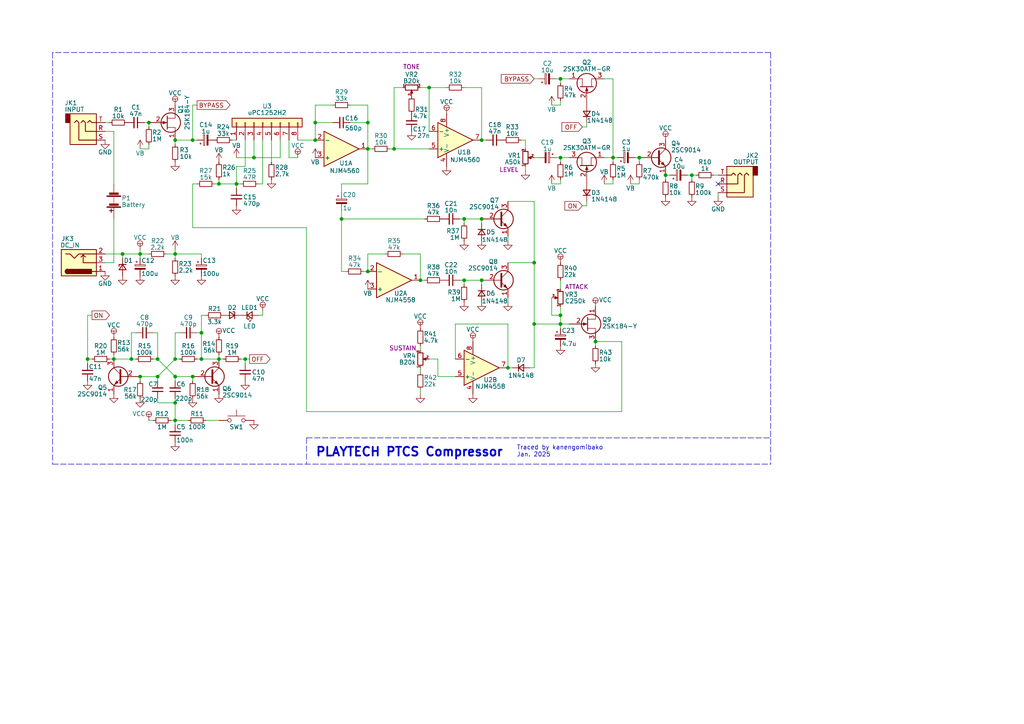
<source format=kicad_sch>
(kicad_sch (version 20231120) (generator "eeschema") (generator_version "8.0")
  (paper "A4")
  (junction (at 106.68 35.56))
  (junction (at 134.62 63.5))
  (junction (at 35.56 73.66))
  (junction (at 114.3 43.18))
  (junction (at 71.12 104.14))
  (junction (at 154.94 76.2))
  (junction (at 172.72 99.06))
  (junction (at 91.44 35.56))
  (junction (at 162.56 91.44))
  (junction (at 106.68 43.18))
  (junction (at 73.66 45.72))
  (junction (at 58.42 104.14))
  (junction (at 50.8 40.64))
  (junction (at 50.8 109.22))
  (junction (at 63.5 53.34))
  (junction (at 40.64 109.22))
  (junction (at 45.72 104.14))
  (junction (at 154.94 93.98))
  (junction (at 50.8 73.66))
  (junction (at 139.7 63.5))
  (junction (at 40.64 73.66))
  (junction (at 162.56 45.72))
  (junction (at 50.8 116.84))
  (junction (at 63.5 104.14))
  (junction (at 124.46 25.4))
  (junction (at 177.8 45.72))
  (junction (at 43.18 35.56))
  (junction (at 55.88 109.22))
  (junction (at 68.58 53.34))
  (junction (at 99.06 63.5))
  (junction (at 185.42 45.72))
  (junction (at 134.62 81.28))
  (junction (at 193.04 50.8))
  (junction (at 106.68 78.74))
  (junction (at 55.88 40.64))
  (junction (at 91.44 40.64))
  (junction (at 121.92 81.28))
  (junction (at 162.56 22.86))
  (junction (at 139.7 81.28))
  (junction (at 139.7 40.64))
  (junction (at 200.66 50.8))
  (junction (at 147.32 106.68))
  (junction (at 162.56 93.98))
  (junction (at 33.02 104.14))
  (junction (at 58.42 96.52))
  (junction (at 25.4 104.14))
  (junction (at 50.8 121.92))
  (junction (at 45.72 109.22))
  (junction (at 50.8 104.14))
  (junction (at 38.1 104.14))
  (no_connect (at 208.28 53.34))
  (wire (pts (xy 74.93 53.34) (xy 76.2 53.34)))
  (wire (pts (xy 30.48 35.56) (xy 31.75 35.56)))
  (wire (pts (xy 68.58 45.72) (xy 73.66 45.72)))
  (wire (pts (xy 113.03 43.18) (xy 114.3 43.18)))
  (wire (pts (xy 127 104.14) (xy 124.46 104.14)))
  (wire (pts (xy 58.42 73.66) (xy 58.42 74.93)))
  (wire (pts (xy 58.42 96.52) (xy 57.15 96.52)))
  (wire (pts (xy 50.8 116.84) (xy 50.8 121.92)))
  (wire (pts (xy 43.18 41.91) (xy 43.18 43.18)))
  (wire (pts (xy 124.46 25.4) (xy 129.54 25.4)))
  (wire (pts (xy 55.88 30.48) (xy 55.88 40.64)))
  (wire (pts (xy 154.94 58.42) (xy 147.32 58.42)))
  (wire (pts (xy 160.02 86.36) (xy 160.02 91.44)))
  (wire (pts (xy 71.12 104.14) (xy 71.12 105.41)))
  (wire (pts (xy 68.58 53.34) (xy 68.58 54.61)))
  (wire (pts (xy 40.64 110.49) (xy 40.64 109.22)))
  (wire (pts (xy 50.8 121.92) (xy 54.61 121.92)))
  (wire (pts (xy 76.2 91.44) (xy 74.93 91.44)))
  (wire (pts (xy 172.72 99.06) (xy 180.34 99.06)))
  (wire (pts (xy 162.56 95.25) (xy 162.56 93.98)))
  (wire (pts (xy 193.04 52.07) (xy 193.04 50.8)))
  (wire (pts (xy 81.28 40.64) (xy 81.28 45.72)))
  (wire (pts (xy 185.42 53.34) (xy 182.88 53.34)))
  (wire (pts (xy 45.72 109.22) (xy 50.8 104.14)))
  (wire (pts (xy 44.45 96.52) (xy 45.72 96.52)))
  (wire (pts (xy 40.64 73.66) (xy 40.64 74.93)))
  (wire (pts (xy 33.02 38.1) (xy 33.02 53.34)))
  (wire (pts (xy 177.8 22.86) (xy 177.8 45.72)))
  (wire (pts (xy 38.1 96.52) (xy 38.1 104.14)))
  (wire (pts (xy 123.19 81.28) (xy 121.92 81.28)))
  (wire (pts (xy 124.46 25.4) (xy 124.46 38.1)))
  (wire (pts (xy 170.18 58.42) (xy 170.18 59.69)))
  (wire (pts (xy 100.33 78.74) (xy 99.06 78.74)))
  (wire (pts (xy 162.56 53.34) (xy 160.02 53.34)))
  (wire (pts (xy 162.56 81.28) (xy 162.56 83.82)))
  (wire (pts (xy 78.74 40.64) (xy 78.74 46.99)))
  (wire (pts (xy 63.5 52.07) (xy 63.5 53.34)))
  (wire (pts (xy 139.7 63.5) (xy 139.7 64.77)))
  (wire (pts (xy 200.66 50.8) (xy 201.93 50.8)))
  (wire (pts (xy 147.32 93.98) (xy 132.08 93.98)))
  (wire (pts (xy 99.06 63.5) (xy 99.06 78.74)))
  (polyline (pts (xy 223.52 15.24) (xy 15.24 15.24)) (stroke (width 0) (type dash)))
  (wire (pts (xy 147.32 106.68) (xy 147.32 93.98)))
  (wire (pts (xy 106.68 73.66) (xy 106.68 78.74)))
  (wire (pts (xy 86.36 45.72) (xy 83.82 45.72)))
  (wire (pts (xy 91.44 35.56) (xy 91.44 40.64)))
  (wire (pts (xy 139.7 40.64) (xy 140.97 40.64)))
  (wire (pts (xy 168.91 36.83) (xy 170.18 36.83)))
  (wire (pts (xy 30.48 76.2) (xy 33.02 76.2)))
  (wire (pts (xy 116.84 25.4) (xy 114.3 25.4)))
  (wire (pts (xy 127 104.14) (xy 127 109.22)))
  (wire (pts (xy 55.88 66.04) (xy 88.9 66.04)))
  (wire (pts (xy 88.9 119.38) (xy 180.34 119.38)))
  (wire (pts (xy 133.35 63.5) (xy 134.62 63.5)))
  (wire (pts (xy 55.88 53.34) (xy 55.88 66.04)))
  (wire (pts (xy 50.8 110.49) (xy 50.8 109.22)))
  (wire (pts (xy 175.26 22.86) (xy 177.8 22.86)))
  (wire (pts (xy 50.8 109.22) (xy 55.88 109.22)))
  (wire (pts (xy 25.4 105.41) (xy 25.4 104.14)))
  (wire (pts (xy 121.92 73.66) (xy 121.92 81.28)))
  (polyline (pts (xy 223.52 15.24) (xy 223.52 134.62)) (stroke (width 0) (type dash)))
  (wire (pts (xy 139.7 25.4) (xy 139.7 40.64)))
  (wire (pts (xy 180.34 99.06) (xy 180.34 119.38)))
  (wire (pts (xy 86.36 40.64) (xy 91.44 40.64)))
  (wire (pts (xy 161.29 22.86) (xy 162.56 22.86)))
  (wire (pts (xy 121.92 114.3) (xy 121.92 113.03)))
  (wire (pts (xy 33.02 76.2) (xy 33.02 63.5)))
  (wire (pts (xy 76.2 90.17) (xy 76.2 91.44)))
  (wire (pts (xy 165.1 45.72) (xy 162.56 45.72)))
  (wire (pts (xy 58.42 96.52) (xy 58.42 104.14)))
  (wire (pts (xy 177.8 46.99) (xy 177.8 45.72)))
  (wire (pts (xy 147.32 86.36) (xy 147.32 87.63)))
  (wire (pts (xy 40.64 43.18) (xy 43.18 43.18)))
  (wire (pts (xy 114.3 43.18) (xy 124.46 43.18)))
  (wire (pts (xy 33.02 104.14) (xy 38.1 104.14)))
  (wire (pts (xy 139.7 81.28) (xy 134.62 81.28)))
  (wire (pts (xy 170.18 59.69) (xy 168.91 59.69)))
  (wire (pts (xy 106.68 30.48) (xy 106.68 35.56)))
  (wire (pts (xy 177.8 53.34) (xy 175.26 53.34)))
  (wire (pts (xy 154.94 93.98) (xy 162.56 93.98)))
  (wire (pts (xy 139.7 82.55) (xy 139.7 81.28)))
  (wire (pts (xy 185.42 53.34) (xy 185.42 52.07)))
  (wire (pts (xy 105.41 78.74) (xy 106.68 78.74)))
  (wire (pts (xy 148.59 106.68) (xy 147.32 106.68)))
  (wire (pts (xy 106.68 43.18) (xy 107.95 43.18)))
  (wire (pts (xy 154.94 22.86) (xy 156.21 22.86)))
  (wire (pts (xy 111.76 73.66) (xy 106.68 73.66)))
  (wire (pts (xy 30.48 38.1) (xy 33.02 38.1)))
  (wire (pts (xy 58.42 104.14) (xy 63.5 104.14)))
  (wire (pts (xy 50.8 96.52) (xy 52.07 96.52)))
  (wire (pts (xy 83.82 45.72) (xy 83.82 40.64)))
  (wire (pts (xy 35.56 73.66) (xy 35.56 74.93)))
  (wire (pts (xy 45.72 116.84) (xy 50.8 116.84)))
  (wire (pts (xy 50.8 40.64) (xy 55.88 40.64)))
  (wire (pts (xy 33.02 102.87) (xy 33.02 104.14)))
  (wire (pts (xy 151.13 40.64) (xy 152.4 40.64)))
  (wire (pts (xy 172.72 99.06) (xy 172.72 100.33)))
  (polyline (pts (xy 15.24 134.62) (xy 223.52 134.62)) (stroke (width 0) (type dash)))
  (wire (pts (xy 88.9 66.04) (xy 88.9 119.38)))
  (wire (pts (xy 160.02 91.44) (xy 162.56 91.44)))
  (polyline (pts (xy 88.9 127) (xy 223.52 127)) (stroke (width 0) (type dash)))
  (wire (pts (xy 200.66 50.8) (xy 200.66 52.07)))
  (wire (pts (xy 177.8 53.34) (xy 177.8 52.07)))
  (wire (pts (xy 63.5 102.87) (xy 63.5 104.14)))
  (wire (pts (xy 134.62 63.5) (xy 139.7 63.5)))
  (wire (pts (xy 162.56 22.86) (xy 165.1 22.86)))
  (wire (pts (xy 177.8 45.72) (xy 179.07 45.72)))
  (polyline (pts (xy 88.9 127) (xy 88.9 134.62)) (stroke (width 0) (type dash)))
  (wire (pts (xy 199.39 50.8) (xy 200.66 50.8)))
  (wire (pts (xy 71.12 40.64) (xy 71.12 48.26)))
  (wire (pts (xy 99.06 53.34) (xy 99.06 55.88)))
  (wire (pts (xy 50.8 123.19) (xy 50.8 121.92)))
  (wire (pts (xy 106.68 35.56) (xy 106.68 43.18)))
  (wire (pts (xy 152.4 48.26) (xy 152.4 49.53)))
  (wire (pts (xy 63.5 53.34) (xy 62.23 53.34)))
  (wire (pts (xy 114.3 25.4) (xy 114.3 43.18)))
  (wire (pts (xy 134.62 25.4) (xy 139.7 25.4)))
  (wire (pts (xy 91.44 35.56) (xy 96.52 35.56)))
  (wire (pts (xy 162.56 88.9) (xy 162.56 91.44)))
  (wire (pts (xy 68.58 48.26) (xy 71.12 48.26)))
  (wire (pts (xy 76.2 53.34) (xy 76.2 40.64)))
  (wire (pts (xy 162.56 30.48) (xy 160.02 30.48)))
  (wire (pts (xy 38.1 104.14) (xy 39.37 104.14)))
  (wire (pts (xy 208.28 50.8) (xy 207.01 50.8)))
  (wire (pts (xy 116.84 73.66) (xy 121.92 73.66)))
  (wire (pts (xy 175.26 45.72) (xy 177.8 45.72)))
  (wire (pts (xy 170.18 36.83) (xy 170.18 35.56)))
  (wire (pts (xy 50.8 104.14) (xy 52.07 104.14)))
  (wire (pts (xy 43.18 35.56) (xy 43.18 36.83)))
  (wire (pts (xy 31.75 104.14) (xy 33.02 104.14)))
  (wire (pts (xy 101.6 35.56) (xy 106.68 35.56)))
  (wire (pts (xy 40.64 72.39) (xy 40.64 73.66)))
  (wire (pts (xy 50.8 72.39) (xy 50.8 73.66)))
  (wire (pts (xy 68.58 53.34) (xy 69.85 53.34)))
  (wire (pts (xy 134.62 81.28) (xy 133.35 81.28)))
  (wire (pts (xy 50.8 73.66) (xy 50.8 74.93)))
  (wire (pts (xy 147.32 69.85) (xy 147.32 68.58)))
  (wire (pts (xy 45.72 104.14) (xy 50.8 109.22)))
  (wire (pts (xy 162.56 30.48) (xy 162.56 29.21)))
  (wire (pts (xy 63.5 104.14) (xy 64.77 104.14)))
  (wire (pts (xy 162.56 93.98) (xy 165.1 93.98)))
  (wire (pts (xy 121.92 100.33) (xy 121.92 101.6)))
  (wire (pts (xy 35.56 73.66) (xy 40.64 73.66)))
  (wire (pts (xy 40.64 109.22) (xy 45.72 109.22)))
  (wire (pts (xy 81.28 45.72) (xy 73.66 45.72)))
  (wire (pts (xy 58.42 91.44) (xy 59.69 91.44)))
  (wire (pts (xy 154.94 58.42) (xy 154.94 76.2)))
  (wire (pts (xy 184.15 45.72) (xy 185.42 45.72)))
  (wire (pts (xy 39.37 96.52) (xy 38.1 96.52)))
  (wire (pts (xy 30.48 73.66) (xy 35.56 73.66)))
  (wire (pts (xy 154.94 106.68) (xy 153.67 106.68)))
  (wire (pts (xy 106.68 53.34) (xy 106.68 43.18)))
  (wire (pts (xy 44.45 104.14) (xy 45.72 104.14)))
  (wire (pts (xy 185.42 46.99) (xy 185.42 45.72)))
  (wire (pts (xy 154.94 45.72) (xy 156.21 45.72)))
  (wire (pts (xy 40.64 73.66) (xy 43.18 73.66)))
  (wire (pts (xy 45.72 115.57) (xy 45.72 116.84)))
  (wire (pts (xy 45.72 110.49) (xy 45.72 109.22)))
  (wire (pts (xy 68.58 48.26) (xy 68.58 53.34)))
  (wire (pts (xy 91.44 30.48) (xy 91.44 35.56)))
  (wire (pts (xy 154.94 76.2) (xy 154.94 93.98)))
  (wire (pts (xy 132.08 93.98) (xy 132.08 104.14)))
  (polyline (pts (xy 15.24 15.24) (xy 15.24 134.62)) (stroke (width 0) (type dash)))
  (wire (pts (xy 99.06 60.96) (xy 99.06 63.5)))
  (wire (pts (xy 96.52 30.48) (xy 91.44 30.48)))
  (wire (pts (xy 71.12 104.14) (xy 72.39 104.14)))
  (wire (pts (xy 50.8 96.52) (xy 50.8 104.14)))
  (wire (pts (xy 50.8 41.91) (xy 50.8 40.64)))
  (wire (pts (xy 58.42 104.14) (xy 57.15 104.14)))
  (wire (pts (xy 55.88 30.48) (xy 57.15 30.48)))
  (wire (pts (xy 69.85 104.14) (xy 71.12 104.14)))
  (wire (pts (xy 162.56 91.44) (xy 162.56 93.98)))
  (wire (pts (xy 25.4 91.44) (xy 26.67 91.44)))
  (wire (pts (xy 134.62 64.77) (xy 134.62 63.5)))
  (wire (pts (xy 134.62 82.55) (xy 134.62 81.28)))
  (wire (pts (xy 43.18 121.92) (xy 44.45 121.92)))
  (wire (pts (xy 99.06 53.34) (xy 106.68 53.34)))
  (wire (pts (xy 55.88 53.34) (xy 57.15 53.34)))
  (wire (pts (xy 25.4 104.14) (xy 25.4 91.44)))
  (wire (pts (xy 41.91 35.56) (xy 43.18 35.56)))
  (wire (pts (xy 48.26 73.66) (xy 50.8 73.66)))
  (wire (pts (xy 162.56 53.34) (xy 162.56 52.07)))
  (wire (pts (xy 124.46 25.4) (xy 121.92 25.4)))
  (wire (pts (xy 154.94 93.98) (xy 154.94 106.68)))
  (wire (pts (xy 162.56 24.13) (xy 162.56 22.86)))
  (wire (pts (xy 49.53 121.92) (xy 50.8 121.92)))
  (wire (pts (xy 50.8 73.66) (xy 58.42 73.66)))
  (wire (pts (xy 101.6 30.48) (xy 106.68 30.48)))
  (wire (pts (xy 55.88 110.49) (xy 55.88 109.22)))
  (wire (pts (xy 162.56 45.72) (xy 162.56 46.99)))
  (wire (pts (xy 152.4 40.64) (xy 152.4 43.18)))
  (wire (pts (xy 59.69 121.92) (xy 63.5 121.92)))
  (wire (pts (xy 67.31 40.64) (xy 68.58 40.64)))
  (wire (pts (xy 154.94 76.2) (xy 147.32 76.2)))
  (wire (pts (xy 55.88 40.64) (xy 57.15 40.64)))
  (wire (pts (xy 73.66 40.64) (xy 73.66 45.72)))
  (wire (pts (xy 161.29 45.72) (xy 162.56 45.72)))
  (wire (pts (xy 193.04 50.8) (xy 194.31 50.8)))
  (wire (pts (xy 45.72 96.52) (xy 45.72 104.14)))
  (wire (pts (xy 50.8 115.57) (xy 50.8 116.84)))
  (wire (pts (xy 25.4 104.14) (xy 26.67 104.14)))
  (wire (pts (xy 63.5 53.34) (xy 68.58 53.34)))
  (wire (pts (xy 99.06 63.5) (xy 123.19 63.5)))
  (wire (pts (xy 121.92 107.95) (xy 121.92 106.68)))
  (wire (pts (xy 127 109.22) (xy 132.08 109.22)))
  (wire (pts (xy 58.42 91.44) (xy 58.42 96.52)))
  (wire (pts (xy 208.28 57.15) (xy 208.28 55.88)))
  (text "PLAYTECH PTCS Compressor" (at 91.44 132.715 0) (effects (font (size 2.54 2.54) (thickness 0.508) (bold yes)) (justify left bottom)))
  (text "Traced by kanengomibako\nJan. 2025" (at 149.86 132.715 0) (effects (font (size 1.27 1.27)) (justify left bottom)))
  (global_label "BYPASS" (shape output) (at 57.15 30.48 0) (property "Intersheetrefs" "${INTERSHEET_REFS}" (effects (hide yes))))
  (global_label "BYPASS" (shape input) (at 154.94 22.86 180) (property "Intersheetrefs" "${INTERSHEET_REFS}" (effects (hide yes))))
  (global_label "ON" (shape output) (at 26.67 91.44 0) (property "Intersheetrefs" "${INTERSHEET_REFS}" (effects (hide yes))))
  (global_label "OFF" (shape input) (at 168.91 36.83 180) (property "Intersheetrefs" "${INTERSHEET_REFS}" (effects (hide yes))))
  (global_label "ON" (shape input) (at 168.91 59.69 180) (property "Intersheetrefs" "${INTERSHEET_REFS}" (effects (hide yes))))
  (global_label "OFF" (shape output) (at 72.39 104.14 0) (property "Intersheetrefs" "${INTERSHEET_REFS}" (effects (hide yes))))
  (symbol (lib_id "myLib:VB") (at 160.02 30.48 0) (unit 1)
    (property "Reference" "#PWR032" (effects (hide yes)))
    (property "Value" "VB" (at 160.02 31.75 0))
    (property "Description" "Power symbol creates a global label with name \"+4V5\"" (effects (hide yes)))
  )
  (symbol (lib_id "myLib:VCC") (at 129.54 33.02 0) (unit 1)
    (property "Reference" "#PWR019" (effects (hide yes)))
    (property "Value" "VCC" (at 129.54 29.5275 0))
  )
  (symbol (lib_id "Device:R_Small") (at 64.77 40.64 270) (unit 1)
    (property "Reference" "R24" (at 64.77 36.83 90))
    (property "Value" "33k" (at 64.77 38.735 90))
    (property "Footprint" "Resistor_THT:R_Axial_DIN0204_L3.6mm_D1.6mm_P7.62mm_Horizontal" (effects (hide yes)))
  )
  (symbol (lib_id "Device:D_Zener_Small") (at 35.56 77.47 90) (mirror x) (unit 1)
    (property "Reference" "D1" (at 35.8775 75.565 90) (effects (justify right)))
    (property "Value" "?" (effects (hide yes)))
    (property "Footprint" "Diode_THT:D_DO-34_SOD68_P7.62mm_Horizontal" (effects (hide yes)))
    (property "Description" "Zener diode, small symbol" (effects (hide yes)))
    (property "Sim.Device" "D" (effects (hide yes)))
    (property "Sim.Pins" "1=K 2=A" (effects (hide yes)))
  )
  (symbol (lib_id "Device:C_Small") (at 54.61 96.52 270) (unit 1)
    (property "Reference" "C9" (at 54.61 92.075 90))
    (property "Value" "470p" (at 54.61 93.98 90))
    (property "Footprint" "Capacitor_THT:C_Disc_D4.3mm_W1.9mm_P5.00mm" (effects (hide yes)))
  )
  (symbol (lib_id "myLib:VCC") (at 162.56 76.2 0) (unit 1)
    (property "Reference" "#PWR044" (effects (hide yes)))
    (property "Value" "VCC" (at 162.56 72.7075 0))
  )
  (symbol (lib_id "Device:R_Potentiometer_Small") (at 121.92 104.14 0) (mirror x) (unit 1)
    (property "Reference" "VR4" (at 120.65 103.1875 0) (effects (justify right)))
    (property "Value" "B20k" (at 120.65 105.0925 0) (effects (justify right)))
    (property "Footprint" "Connector_PinHeader_2.54mm:PinHeader_1x03_P2.54mm_Vertical" (effects (hide yes)))
    (property "Description" "SUSTAIN" (at 116.84 100.965 0))
  )
  (symbol (lib_id "Device:R_Small") (at 114.3 73.66 270) (unit 1)
    (property "Reference" "R35" (at 114.3 69.85 90))
    (property "Value" "47k" (at 114.3 71.755 90))
    (property "Footprint" "Resistor_THT:R_Axial_DIN0204_L3.6mm_D1.6mm_P7.62mm_Horizontal" (effects (hide yes)))
  )
  (symbol (lib_id "power:GND") (at 35.56 80.01 0) (unit 1)
    (property "Reference" "#PWR04" (effects (hide yes)))
    (property "Value" "GND" (effects (hide yes)))
  )
  (symbol (lib_id "power:GND") (at 58.42 80.01 0) (unit 1)
    (property "Reference" "#PWR07" (effects (hide yes)))
    (property "Value" "GND" (effects (hide yes)))
  )
  (symbol (lib_id "Amplifier_Operational:NJM4558") (at 139.7 106.68 0) (unit 3)
    (property "Reference" "U2" (effects (hide yes)))
    (property "Value" "NJM4558" (effects (hide yes)))
    (property "Footprint" "Package_DIP:DIP-8_W7.62mm" (effects (hide yes)))
    (property "Description" "Dual Operational Amplifier, DIP-8/DMP-8/SIP-8/SOP-8/SSOP-8" (effects (hide yes)))
  )
  (symbol (lib_id "power:GND") (at 73.66 121.92 0) (unit 1)
    (property "Reference" "#PWR043" (effects (hide yes)))
    (property "Value" "GND" (effects (hide yes)))
  )
  (symbol (lib_id "power:GND") (at 68.58 59.69 0) (unit 1)
    (property "Reference" "#PWR023" (effects (hide yes)))
    (property "Value" "GND" (effects (hide yes)))
  )
  (symbol (lib_id "Device:R_Small") (at 185.42 49.53 180) (unit 1)
    (property "Reference" "R7" (at 186.3725 49.53 0) (effects (justify right)))
    (property "Value" "470k" (at 186.3725 51.435 0) (effects (justify right)))
    (property "Footprint" "Resistor_THT:R_Axial_DIN0204_L3.6mm_D1.6mm_P7.62mm_Horizontal" (effects (hide yes)))
  )
  (symbol (lib_id "power:GND") (at 119.38 38.1 0) (unit 1)
    (property "Reference" "#PWR029" (effects (hide yes)))
    (property "Value" "GND" (effects (hide yes)))
  )
  (symbol (lib_id "Device:R_Small") (at 59.69 53.34 270) (unit 1)
    (property "Reference" "R27" (at 59.69 49.53 90))
    (property "Value" "15k" (at 59.69 51.435 90))
    (property "Footprint" "Resistor_THT:R_Axial_DIN0204_L3.6mm_D1.6mm_P7.62mm_Horizontal" (effects (hide yes)))
  )
  (symbol (lib_id "Device:Q_NPN_EBC") (at 35.56 109.22 0) (mirror y) (unit 1)
    (property "Reference" "Q5" (at 31.115 112.395 0) (effects (justify left)))
    (property "Value" "2SC9014" (at 31.115 114.3 0) (effects (justify left)))
    (property "Footprint" "Package_TO_SOT_THT:TO-92L_Inline_Wide" (effects (hide yes)))
    (property "Description" "NPN transistor, emitter/base/collector" (effects (hide yes)))
  )
  (symbol (lib_id "myLib:VB") (at 63.5 46.99 0) (unit 1)
    (property "Reference" "#PWR024" (effects (hide yes)))
    (property "Value" "VB" (at 63.5 43.4975 0))
    (property "Description" "Power symbol creates a global label with name \"+4V5\"" (effects (hide yes)))
  )
  (symbol (lib_id "Device:R_Small") (at 162.56 26.67 180) (unit 1)
    (property "Reference" "R4" (at 163.5125 25.7175 0) (effects (justify right)))
    (property "Value" "47k" (at 163.5125 27.6225 0) (effects (justify right)))
    (property "Footprint" "Resistor_THT:R_Axial_DIN0204_L3.6mm_D1.6mm_P7.62mm_Horizontal" (effects (hide yes)))
  )
  (symbol (lib_id "Device:R_Small") (at 54.61 104.14 270) (unit 1)
    (property "Reference" "R16" (at 54.61 100.33 90))
    (property "Value" "100k" (at 54.61 102.235 90))
    (property "Footprint" "Resistor_THT:R_Axial_DIN0204_L3.6mm_D1.6mm_P7.62mm_Horizontal" (effects (hide yes)))
  )
  (symbol (lib_id "Device:R_Small") (at 125.73 63.5 270) (unit 1)
    (property "Reference" "R36" (at 125.73 59.69 90))
    (property "Value" "47k" (at 125.73 61.595 90))
    (property "Footprint" "Resistor_THT:R_Axial_DIN0204_L3.6mm_D1.6mm_P7.62mm_Horizontal" (effects (hide yes)))
  )
  (symbol (lib_id "Device:R_Small") (at 134.62 67.31 0) (mirror x) (unit 1)
    (property "Reference" "R37" (at 133.35 66.9925 0) (effects (justify right)))
    (property "Value" "1M" (at 133.35 68.8975 0) (effects (justify right)))
    (property "Footprint" "Resistor_THT:R_Axial_DIN0204_L3.6mm_D1.6mm_P7.62mm_Horizontal" (effects (hide yes)))
  )
  (symbol (lib_id "power:GND") (at 40.64 80.01 0) (unit 1)
    (property "Reference" "#PWR05" (effects (hide yes)))
    (property "Value" "GND" (effects (hide yes)))
  )
  (symbol (lib_id "myLib:VB") (at 68.58 45.72 0) (unit 1)
    (property "Reference" "#PWR012" (effects (hide yes)))
    (property "Value" "VB" (at 68.58 42.2275 0))
    (property "Description" "Power symbol creates a global label with name \"+4V5\"" (effects (hide yes)))
  )
  (symbol (lib_id "myLib:VCC") (at 63.5 97.79 0) (unit 1)
    (property "Reference" "#PWR046" (effects (hide yes)))
    (property "Value" "VCC" (at 66.3575 95.885 0))
  )
  (symbol (lib_id "Device:D_Zener_Small") (at 67.31 91.44 0) (mirror y) (unit 1)
    (property "Reference" "D2" (at 67.31 89.2175 0))
    (property "Value" "?" (effects (hide yes)))
    (property "Footprint" "Diode_THT:D_DO-34_SOD68_P7.62mm_Horizontal" (effects (hide yes)))
    (property "Description" "Zener diode, small symbol" (effects (hide yes)))
    (property "Sim.Device" "D" (effects (hide yes)))
    (property "Sim.Pins" "1=K 2=A" (effects (hide yes)))
  )
  (symbol (lib_id "Device:R_Small") (at 204.47 50.8 270) (unit 1)
    (property "Reference" "R10" (at 204.47 46.99 90))
    (property "Value" "1k" (at 204.47 48.895 90))
    (property "Footprint" "Resistor_THT:R_Axial_DIN0204_L3.6mm_D1.6mm_P7.62mm_Horizontal" (effects (hide yes)))
  )
  (symbol (lib_id "Device:C_Polarized_Small") (at 99.06 58.42 0) (unit 1)
    (property "Reference" "C20" (at 99.3775 56.515 0) (effects (justify left)))
    (property "Value" "1u" (at 99.3775 60.325 0) (effects (justify left)))
    (property "Footprint" "Capacitor_THT:CP_Radial_D5.0mm_P2.50mm" (effects (hide yes)))
  )
  (symbol (lib_id "Device:R_Small") (at 43.18 39.37 180) (unit 1)
    (property "Reference" "R2" (at 44.1325 38.4175 0) (effects (justify right)))
    (property "Value" "1M" (at 44.1325 40.3225 0) (effects (justify right)))
    (property "Footprint" "Resistor_THT:R_Axial_DIN0204_L3.6mm_D1.6mm_P7.62mm_Horizontal" (effects (hide yes)))
  )
  (symbol (lib_id "Device:C_Small") (at 68.58 57.15 0) (mirror y) (unit 1)
    (property "Reference" "C15" (at 70.485 57.15 0) (effects (justify right)))
    (property "Value" "470p" (at 70.485 59.055 0) (effects (justify right)))
    (property "Footprint" "Capacitor_THT:C_Disc_D4.3mm_W1.9mm_P5.00mm" (effects (hide yes)))
  )
  (symbol (lib_id "Device:R_Small") (at 55.88 113.03 0) (unit 1)
    (property "Reference" "R18" (at 56.8325 113.03 0) (effects (justify left)))
    (property "Value" "56k" (at 56.8325 114.935 0) (effects (justify left)))
    (property "Footprint" "Resistor_THT:R_Axial_DIN0204_L3.6mm_D1.6mm_P7.62mm_Horizontal" (effects (hide yes)))
  )
  (symbol (lib_id "Device:C_Small") (at 45.72 113.03 180) (unit 1)
    (property "Reference" "C7" (at 45.72 111.4425 0) (effects (justify left)))
    (property "Value" "220p" (at 45.72 115.8875 0) (effects (justify left)))
    (property "Footprint" "Capacitor_THT:C_Disc_D4.3mm_W1.9mm_P5.00mm" (effects (hide yes)))
  )
  (symbol (lib_id "power:GND") (at 55.88 115.57 0) (unit 1)
    (property "Reference" "#PWR053" (effects (hide yes)))
    (property "Value" "GND" (effects (hide yes)))
  )
  (symbol (lib_id "Device:C_Small") (at 119.38 35.56 180) (unit 1)
    (property "Reference" "C17" (at 119.6975 37.465 0) (effects (justify right)))
    (property "Value" "27n" (at 120.9675 39.37 0) (effects (justify right)))
    (property "Footprint" "Capacitor_THT:C_Disc_D4.3mm_W1.9mm_P5.00mm" (effects (hide yes)))
  )
  (symbol (lib_id "Connector:Barrel_Jack_Switch") (at 22.86 76.2 0) (mirror x) (unit 1)
    (property "Reference" "JK3" (at 17.78 69.215 0) (effects (justify left)))
    (property "Value" "DC_IN" (at 17.4625 71.12 0) (effects (justify left)))
    (property "Footprint" "myFoot:my_DC_Jack" (effects (hide yes)))
    (property "Description" "DC Barrel Jack with an internal switch" (effects (hide yes)))
  )
  (symbol (lib_id "Device:Q_NJFET_DGS") (at 48.26 35.56 0) (mirror x) (unit 1)
    (property "Reference" "Q1" (at 52.3875 33.02 90) (effects (justify right)))
    (property "Value" "2SK184-Y" (at 54.2925 37.7825 90) (effects (justify right)))
    (property "Footprint" "Package_TO_SOT_THT:TO-92L_Inline_Wide" (effects (hide yes)))
    (property "Description" "N-JFET transistor, drain/gate/source" (effects (hide yes)))
  )
  (symbol (lib_id "Device:C_Small") (at 50.8 125.73 180) (unit 1)
    (property "Reference" "C5" (at 51.1175 123.825 0) (effects (justify right)))
    (property "Value" "100n" (at 51.1175 127.635 0) (effects (justify right)))
    (property "Footprint" "Capacitor_THT:C_Disc_D4.3mm_W1.9mm_P5.00mm" (effects (hide yes)))
  )
  (symbol (lib_id "Device:C_Small") (at 130.81 63.5 270) (unit 1)
    (property "Reference" "C21" (at 130.81 59.055 90))
    (property "Value" "10n" (at 130.81 60.96 90))
    (property "Footprint" "Capacitor_THT:C_Disc_D4.3mm_W1.9mm_P5.00mm" (effects (hide yes)))
  )
  (symbol (lib_id "Device:R_Small") (at 134.62 85.09 180) (unit 1)
    (property "Reference" "R39" (at 133.6675 84.7725 0) (effects (justify left)))
    (property "Value" "1M" (at 133.6675 86.6775 0) (effects (justify left)))
    (property "Footprint" "Resistor_THT:R_Axial_DIN0204_L3.6mm_D1.6mm_P7.62mm_Horizontal" (effects (hide yes)))
  )
  (symbol (lib_id "power:GND") (at 134.62 69.85 0) (unit 1)
    (property "Reference" "#PWR034" (effects (hide yes)))
    (property "Value" "GND" (effects (hide yes)))
  )
  (symbol (lib_id "power:GND") (at 134.62 87.63 0) (unit 1)
    (property "Reference" "#PWR038" (effects (hide yes)))
    (property "Value" "GND" (effects (hide yes)))
  )
  (symbol (lib_id "power:GND") (at 33.02 114.3 0) (unit 1)
    (property "Reference" "#PWR048" (effects (hide yes)))
    (property "Value" "GND" (effects (hide yes)))
  )
  (symbol (lib_id "Device:D_Small") (at 139.7 67.31 270) (unit 1)
    (property "Reference" "D5" (at 140.97 67.31 90) (effects (justify left)))
    (property "Value" "1N4148" (at 139.7 69.5325 90) (effects (justify left)))
    (property "Footprint" "Diode_THT:D_DO-34_SOD68_P7.62mm_Horizontal" (effects (hide yes)))
    (property "Description" "Diode, small symbol" (effects (hide yes)))
    (property "Sim.Device" "D" (effects (hide yes)))
    (property "Sim.Pins" "1=K 2=A" (effects (hide yes)))
  )
  (symbol (lib_id "Device:C_Small") (at 143.51 40.64 270) (unit 1)
    (property "Reference" "C18" (at 143.51 36.195 90))
    (property "Value" "47n" (at 143.51 38.1 90))
    (property "Footprint" "Capacitor_THT:C_Disc_D4.3mm_W1.9mm_P5.00mm" (effects (hide yes)))
  )
  (symbol (lib_id "Device:R_Small") (at 57.15 121.92 270) (unit 1)
    (property "Reference" "R11" (at 57.15 120.015 90))
    (property "Value" "100R" (at 57.15 123.825 90))
    (property "Footprint" "Resistor_THT:R_Axial_DIN0204_L3.6mm_D1.6mm_P7.62mm_Horizontal" (effects (hide yes)))
  )
  (symbol (lib_id "Device:Q_NJFET_SGD") (at 170.18 25.4 270) (mirror x) (unit 1)
    (property "Reference" "Q2" (at 170.18 18.0975 90))
    (property "Value" "2SK30ATM-GR" (at 170.18 20.0025 90))
    (property "Footprint" "Package_TO_SOT_THT:TO-92L_Inline_Wide" (effects (hide yes)))
    (property "Description" "N-JFET transistor, source/gate/drain" (effects (hide yes)))
  )
  (symbol (lib_id "Device:R_Small") (at 172.72 102.87 180) (unit 1)
    (property "Reference" "R43" (at 173.6725 102.235 0) (effects (justify right)))
    (property "Value" "10k" (at 173.6725 104.14 0) (effects (justify right)))
    (property "Footprint" "Resistor_THT:R_Axial_DIN0204_L3.6mm_D1.6mm_P7.62mm_Horizontal" (effects (hide yes)))
  )
  (symbol (lib_id "myLib:VCC") (at 193.04 40.64 0) (unit 1)
    (property "Reference" "#PWR015" (effects (hide yes)))
    (property "Value" "VCC" (at 193.04 37.1475 0))
  )
  (symbol (lib_id "Device:D_Small") (at 139.7 85.09 270) (unit 1)
    (property "Reference" "D6" (at 140.97 85.09 90) (effects (justify left)))
    (property "Value" "1N4148" (at 139.7 87.3125 90) (effects (justify left)))
    (property "Footprint" "Diode_THT:D_DO-34_SOD68_P7.62mm_Horizontal" (effects (hide yes)))
    (property "Description" "Diode, small symbol" (effects (hide yes)))
    (property "Sim.Device" "D" (effects (hide yes)))
    (property "Sim.Pins" "1=K 2=A" (effects (hide yes)))
  )
  (symbol (lib_id "power:GND") (at 50.8 80.01 0) (unit 1)
    (property "Reference" "#PWR06" (effects (hide yes)))
    (property "Value" "GND" (effects (hide yes)))
  )
  (symbol (lib_id "Device:R_Small") (at 162.56 49.53 180) (unit 1)
    (property "Reference" "R6" (at 163.5125 48.5775 0) (effects (justify right)))
    (property "Value" "1M" (at 163.5125 50.4825 0) (effects (justify right)))
    (property "Footprint" "Resistor_THT:R_Axial_DIN0204_L3.6mm_D1.6mm_P7.62mm_Horizontal" (effects (hide yes)))
  )
  (symbol (lib_id "power:GND") (at 152.4 49.53 0) (unit 1)
    (property "Reference" "#PWR030" (effects (hide yes)))
    (property "Value" "GND" (effects (hide yes)))
  )
  (symbol (lib_id "power:GND") (at 50.8 128.27 0) (unit 1)
    (property "Reference" "#PWR054" (effects (hide yes)))
    (property "Value" "GND" (effects (hide yes)))
  )
  (symbol (lib_id "Device:C_Small") (at 71.12 107.95 180) (unit 1)
    (property "Reference" "C10" (at 73.025 107.95 0) (effects (justify right)))
    (property "Value" "47n" (at 73.025 109.855 0) (effects (justify right)))
    (property "Footprint" "Capacitor_THT:C_Disc_D4.3mm_W1.9mm_P5.00mm" (effects (hide yes)))
  )
  (symbol (lib_id "power:GND") (at 200.66 57.15 0) (unit 1)
    (property "Reference" "#PWR018" (effects (hide yes)))
    (property "Value" "GND" (effects (hide yes)))
  )
  (symbol (lib_id "power:GND") (at 147.32 69.85 0) (unit 1)
    (property "Reference" "#PWR036" (effects (hide yes)))
    (property "Value" "GND" (effects (hide yes)))
  )
  (symbol (lib_id "power:GND") (at 208.28 57.15 0) (unit 1)
    (property "Reference" "#PWR056" (effects (hide yes)))
    (property "Value" "GND" (at 208.28 60.6425 0))
  )
  (symbol (lib_id "Device:C_Small") (at 41.91 96.52 90) (mirror x) (unit 1)
    (property "Reference" "C8" (at 41.91 92.075 90))
    (property "Value" "470p" (at 41.91 93.98 90))
    (property "Footprint" "Capacitor_THT:C_Disc_D4.3mm_W1.9mm_P5.00mm" (effects (hide yes)))
  )
  (symbol (lib_id "Device:R_Small") (at 121.92 97.79 180) (unit 1)
    (property "Reference" "R41" (at 122.8725 96.8375 0) (effects (justify right)))
    (property "Value" "4.7k" (at 122.8725 98.7425 0) (effects (justify right)))
    (property "Footprint" "Resistor_THT:R_Axial_DIN0204_L3.6mm_D1.6mm_P7.62mm_Horizontal" (effects (hide yes)))
  )
  (symbol (lib_id "power:GND") (at 30.48 78.74 0) (unit 1)
    (property "Reference" "#PWR03" (effects (hide yes)))
    (property "Value" "GND" (at 30.48 82.2325 0))
  )
  (symbol (lib_id "Device:R_Small") (at 67.31 104.14 270) (unit 1)
    (property "Reference" "R19" (at 67.31 100.33 90))
    (property "Value" "1M" (at 67.31 102.235 90))
    (property "Footprint" "Resistor_THT:R_Axial_DIN0204_L3.6mm_D1.6mm_P7.62mm_Horizontal" (effects (hide yes)))
  )
  (symbol (lib_id "power:GND") (at 121.92 114.3 0) (unit 1)
    (property "Reference" "#PWR040" (effects (hide yes)))
    (property "Value" "GND" (effects (hide yes)))
  )
  (symbol (lib_id "Device:R_Small") (at 41.91 104.14 90) (mirror x) (unit 1)
    (property "Reference" "R15" (at 41.91 100.33 90))
    (property "Value" "100k" (at 41.91 102.235 90))
    (property "Footprint" "Resistor_THT:R_Axial_DIN0204_L3.6mm_D1.6mm_P7.62mm_Horizontal" (effects (hide yes)))
  )
  (symbol (lib_id "power:GND") (at 137.16 114.3 0) (unit 1)
    (property "Reference" "#PWR022" (effects (hide yes)))
    (property "Value" "GND" (effects (hide yes)))
  )
  (symbol (lib_id "Device:C_Small") (at 39.37 35.56 270) (unit 1)
    (property "Reference" "C1" (at 39.37 31.115 90))
    (property "Value" "47n" (at 39.37 33.02 90))
    (property "Footprint" "Capacitor_THT:C_Disc_D4.3mm_W1.9mm_P5.00mm" (effects (hide yes)))
  )
  (symbol (lib_id "Amplifier_Operational:NJM4558") (at 132.08 40.64 0) (unit 3)
    (property "Reference" "U1" (effects (hide yes)))
    (property "Value" "NJM4560" (effects (hide yes)))
    (property "Footprint" "Package_DIP:DIP-8_W7.62mm" (effects (hide yes)))
    (property "Description" "Dual Operational Amplifier, DIP-8/DMP-8/SIP-8/SOP-8/SSOP-8" (effects (hide yes)))
  )
  (symbol (lib_id "myLib:VB") (at 91.44 45.72 0) (unit 1)
    (property "Reference" "#PWR057" (effects (hide yes)))
    (property "Value" "VB" (at 91.44 46.99 0))
    (property "Description" "Power symbol creates a global label with name \"+4V5\"" (effects (hide yes)))
  )
  (symbol (lib_id "myLib:VCC") (at 43.18 121.92 0) (unit 1)
    (property "Reference" "#PWR055" (effects (hide yes)))
    (property "Value" "VCC" (at 42.2275 120.015 0) (effects (justify right)))
  )
  (symbol (lib_id "myLib:VB") (at 175.26 53.34 0) (unit 1)
    (property "Reference" "#PWR014" (effects (hide yes)))
    (property "Value" "VB" (at 175.26 49.8475 0))
    (property "Description" "Power symbol creates a global label with name \"+4V5\"" (effects (hide yes)))
  )
  (symbol (lib_id "Device:R_Small") (at 50.8 44.45 180) (unit 1)
    (property "Reference" "R3" (at 52.07 43.4975 0) (effects (justify right)))
    (property "Value" "10k" (at 52.07 45.4025 0) (effects (justify right)))
    (property "Footprint" "Resistor_THT:R_Axial_DIN0204_L3.6mm_D1.6mm_P7.62mm_Horizontal" (effects (hide yes)))
  )
  (symbol (lib_id "power:GND") (at 139.7 87.63 0) (unit 1)
    (property "Reference" "#PWR039" (effects (hide yes)))
    (property "Value" "GND" (effects (hide yes)))
  )
  (symbol (lib_id "Device:R_Small") (at 119.38 30.48 180) (unit 1)
    (property "Reference" "R31" (at 120.3325 31.75 0) (effects (justify right)))
    (property "Value" "4.7k" (at 119.6975 33.655 0) (effects (justify right)))
    (property "Footprint" "Resistor_THT:R_Axial_DIN0204_L3.6mm_D1.6mm_P7.62mm_Horizontal" (effects (hide yes)))
  )
  (symbol (lib_id "Device:R_Small") (at 45.72 73.66 270) (unit 1)
    (property "Reference" "R22" (at 45.72 69.85 90))
    (property "Value" "2.2k" (at 45.72 71.755 90))
    (property "Footprint" "Resistor_THT:R_Axial_DIN0204_L3.6mm_D1.6mm_P7.62mm_Horizontal" (effects (hide yes)))
  )
  (symbol (lib_id "Device:R_Small") (at 110.49 43.18 270) (unit 1)
    (property "Reference" "R30" (at 110.49 39.37 90))
    (property "Value" "10k" (at 110.49 41.275 90))
    (property "Footprint" "Resistor_THT:R_Axial_DIN0204_L3.6mm_D1.6mm_P7.62mm_Horizontal" (effects (hide yes)))
  )
  (symbol (lib_id "Device:C_Polarized_Small") (at 196.85 50.8 90) (unit 1)
    (property "Reference" "C4" (at 196.85 46.355 90))
    (property "Value" "10u" (at 196.85 48.26 90))
    (property "Footprint" "Capacitor_THT:CP_Radial_D5.0mm_P2.50mm" (effects (hide yes)))
  )
  (symbol (lib_id "myLib:VB") (at 50.8 72.39 0) (unit 1)
    (property "Reference" "#PWR08" (effects (hide yes)))
    (property "Value" "VB" (at 50.8 68.8975 0))
    (property "Description" "Power symbol creates a global label with name \"+4V5\"" (effects (hide yes)))
  )
  (symbol (lib_id "Amplifier_Operational:NJM4558") (at 132.08 40.64 0) (mirror x) (unit 2)
    (property "Reference" "U1" (at 134.62 44.1325 0))
    (property "Value" "NJM4560" (at 134.9375 46.355 0))
    (property "Footprint" "Package_DIP:DIP-8_W7.62mm" (effects (hide yes)))
    (property "Description" "Dual Operational Amplifier, DIP-8/DMP-8/SIP-8/SOP-8/SSOP-8" (effects (hide yes)))
  )
  (symbol (lib_id "power:GND") (at 71.12 110.49 0) (unit 1)
    (property "Reference" "#PWR050" (effects (hide yes)))
    (property "Value" "GND" (effects (hide yes)))
  )
  (symbol (lib_id "Device:R_Small") (at 40.64 113.03 0) (unit 1)
    (property "Reference" "R17" (at 39.6875 113.03 0) (effects (justify right)))
    (property "Value" "56k" (at 39.6875 114.935 0) (effects (justify right)))
    (property "Footprint" "Resistor_THT:R_Axial_DIN0204_L3.6mm_D1.6mm_P7.62mm_Horizontal" (effects (hide yes)))
  )
  (symbol (lib_id "myLib:VCC") (at 40.64 72.39 0) (unit 1)
    (property "Reference" "#PWR02" (effects (hide yes)))
    (property "Value" "VCC" (at 40.64 68.8975 0))
  )
  (symbol (lib_id "Device:Q_NPN_EBC") (at 190.5 45.72 0) (unit 1)
    (property "Reference" "Q4" (at 194.6275 41.5925 0) (effects (justify left)))
    (property "Value" "2SC9014" (at 194.6275 43.4975 0) (effects (justify left)))
    (property "Footprint" "Package_TO_SOT_THT:TO-92L_Inline_Wide" (effects (hide yes)))
    (property "Description" "NPN transistor, emitter/base/collector" (effects (hide yes)))
  )
  (symbol (lib_id "myLib:VB") (at 182.88 53.34 0) (unit 1)
    (property "Reference" "#PWR016" (effects (hide yes)))
    (property "Value" "VB" (at 182.88 54.61 0))
    (property "Description" "Power symbol creates a global label with name \"+4V5\"" (effects (hide yes)))
  )
  (symbol (lib_id "Device:D_Small") (at 151.13 106.68 0) (mirror x) (unit 1)
    (property "Reference" "D7" (at 151.13 104.4575 0))
    (property "Value" "1N4148" (at 151.13 108.9025 0))
    (property "Footprint" "Diode_THT:D_DO-34_SOD68_P7.62mm_Horizontal" (effects (hide yes)))
    (property "Description" "Diode, small symbol" (effects (hide yes)))
    (property "Sim.Device" "D" (effects (hide yes)))
    (property "Sim.Pins" "1=K 2=A" (effects (hide yes)))
  )
  (symbol (lib_id "Device:C_Polarized_Small") (at 158.75 45.72 270) (unit 1)
    (property "Reference" "C19" (at 158.75 41.275 90))
    (property "Value" "1u" (at 158.75 43.18 90))
    (property "Footprint" "Capacitor_THT:CP_Radial_D5.0mm_P2.50mm" (effects (hide yes)))
  )
  (symbol (lib_id "Device:Q_NJFET_SGD") (at 170.18 48.26 90) (unit 1)
    (property "Reference" "Q3" (at 170.18 40.9575 90))
    (property "Value" "2SK30ATM-GR" (at 170.18 42.8625 90))
    (property "Footprint" "Package_TO_SOT_THT:TO-92L_Inline_Wide" (effects (hide yes)))
    (property "Description" "N-JFET transistor, source/gate/drain" (effects (hide yes)))
  )
  (symbol (lib_id "Device:R_Small") (at 177.8 49.53 180) (unit 1)
    (property "Reference" "R5" (at 178.7525 48.895 0) (effects (justify right)))
    (property "Value" "1M" (at 178.7525 50.8 0) (effects (justify right)))
    (property "Footprint" "Resistor_THT:R_Axial_DIN0204_L3.6mm_D1.6mm_P7.62mm_Horizontal" (effects (hide yes)))
  )
  (symbol (lib_id "Device:R_Small") (at 29.21 104.14 270) (unit 1)
    (property "Reference" "R20" (at 29.21 100.33 90))
    (property "Value" "1M" (at 29.21 102.235 90))
    (property "Footprint" "Resistor_THT:R_Axial_DIN0204_L3.6mm_D1.6mm_P7.62mm_Horizontal" (effects (hide yes)))
  )
  (symbol (lib_id "Device:R_Small") (at 121.92 110.49 180) (unit 1)
    (property "Reference" "R42" (at 122.8725 109.5375 0) (effects (justify right)))
    (property "Value" "22k" (at 122.8725 111.4425 0) (effects (justify right)))
    (property "Footprint" "Resistor_THT:R_Axial_DIN0204_L3.6mm_D1.6mm_P7.62mm_Horizontal" (effects (hide yes)))
  )
  (symbol (lib_id "Device:C_Small") (at 130.81 81.28 270) (unit 1)
    (property "Reference" "C22" (at 130.81 76.835 90))
    (property "Value" "10n" (at 130.81 78.74 90))
    (property "Footprint" "Capacitor_THT:C_Disc_D4.3mm_W1.9mm_P5.00mm" (effects (hide yes)))
  )
  (symbol (lib_id "Device:R_Small") (at 102.87 78.74 270) (unit 1)
    (property "Reference" "R34" (at 102.87 74.93 90))
    (property "Value" "47k" (at 102.87 76.835 90))
    (property "Footprint" "Resistor_THT:R_Axial_DIN0204_L3.6mm_D1.6mm_P7.62mm_Horizontal" (effects (hide yes)))
  )
  (symbol (lib_id "Device:R_Small") (at 125.73 81.28 270) (unit 1)
    (property "Reference" "R38" (at 125.73 77.47 90))
    (property "Value" "47k" (at 125.73 79.375 90))
    (property "Footprint" "Resistor_THT:R_Axial_DIN0204_L3.6mm_D1.6mm_P7.62mm_Horizontal" (effects (hide yes)))
  )
  (symbol (lib_id "Device:Q_NPN_EBC") (at 60.96 109.22 0) (unit 1)
    (property "Reference" "Q6" (at 64.4525 112.7125 0) (effects (justify left)))
    (property "Value" "2SC9014" (at 64.4525 114.6175 0) (effects (justify left)))
    (property "Footprint" "Package_TO_SOT_THT:TO-92L_Inline_Wide" (effects (hide yes)))
    (property "Description" "NPN transistor, emitter/base/collector" (effects (hide yes)))
  )
  (symbol (lib_id "Device:Q_NPN_EBC") (at 144.78 63.5 0) (unit 1)
    (property "Reference" "Q7" (at 144.78 58.1025 0) (effects (justify right)))
    (property "Value" "2SC9014" (at 144.78 60.0075 0) (effects (justify right)))
    (property "Footprint" "Package_TO_SOT_THT:TO-92L_Inline_Wide" (effects (hide yes)))
    (property "Description" "NPN transistor, emitter/base/collector" (effects (hide yes)))
  )
  (symbol (lib_id "myLib:VCC") (at 121.92 95.25 0) (unit 1)
    (property "Reference" "#PWR041" (effects (hide yes)))
    (property "Value" "VCC" (at 121.92 91.7575 0))
  )
  (symbol (lib_id "myLib:VCC") (at 76.2 90.17 0) (unit 1)
    (property "Reference" "#PWR045" (effects (hide yes)))
    (property "Value" "VCC" (at 76.2 86.6775 0))
  )
  (symbol (lib_id "myLib:VCC") (at 33.02 97.79 0) (unit 1)
    (property "Reference" "#PWR047" (effects (hide yes)))
    (property "Value" "VCC" (at 33.02 94.2975 0))
  )
  (symbol (lib_id "Device:C_Polarized_Small") (at 58.42 77.47 0) (unit 1)
    (property "Reference" "C13" (at 58.7375 75.565 0) (effects (justify left)))
    (property "Value" "100u" (at 58.7375 79.375 0) (effects (justify left)))
    (property "Footprint" "Capacitor_THT:CP_Radial_D5.0mm_P2.50mm" (effects (hide yes)))
  )
  (symbol (lib_id "Device:R_Small") (at 162.56 78.74 180) (unit 1)
    (property "Reference" "R40" (at 163.5125 77.7875 0) (effects (justify right)))
    (property "Value" "22k" (at 163.5125 79.6925 0) (effects (justify right)))
    (property "Footprint" "Resistor_THT:R_Axial_DIN0204_L3.6mm_D1.6mm_P7.62mm_Horizontal" (effects (hide yes)))
  )
  (symbol (lib_id "Device:Battery") (at 33.02 58.42 180) (unit 1)
    (property "Reference" "P1" (at 35.2425 57.4675 0) (effects (justify right)))
    (property "Value" "Battery" (at 35.2425 59.3725 0) (effects (justify right)))
    (property "Footprint" "myFoot:my_conn" (effects (hide yes)))
  )
  (symbol (lib_id "myLib:VB") (at 106.68 83.82 0) (unit 1)
    (property "Reference" "#PWR031" (effects (hide yes)))
    (property "Value" "VB" (at 106.68 85.09 0))
    (property "Description" "Power symbol creates a global label with name \"+4V5\"" (effects (hide yes)))
  )
  (symbol (lib_id "Device:R_Small") (at 63.5 100.33 0) (unit 1)
    (property "Reference" "R14" (at 62.5475 99.695 0) (effects (justify right)))
    (property "Value" "56k" (at 62.5475 101.6 0) (effects (justify right)))
    (property "Footprint" "Resistor_THT:R_Axial_DIN0204_L3.6mm_D1.6mm_P7.62mm_Horizontal" (effects (hide yes)))
  )
  (symbol (lib_id "power:GND") (at 139.7 69.85 0) (unit 1)
    (property "Reference" "#PWR035" (effects (hide yes)))
    (property "Value" "GND" (effects (hide yes)))
  )
  (symbol (lib_id "Device:C_Small") (at 99.06 35.56 270) (unit 1)
    (property "Reference" "C16" (at 100.0125 34.29 90) (effects (justify left)))
    (property "Value" "560p" (at 100.0125 37.1475 90) (effects (justify left)))
    (property "Footprint" "Capacitor_THT:C_Disc_D4.3mm_W1.9mm_P5.00mm" (effects (hide yes)))
  )
  (symbol (lib_id "Connector_Audio:AudioJack3") (at 25.4 38.1 0) (mirror x) (unit 1)
    (property "Reference" "JK1" (at 18.7325 29.845 0) (effects (justify left)))
    (property "Value" "INPUT" (at 18.7325 31.75 0) (effects (justify left)))
    (property "Footprint" "myFoot:PJ-603A" (effects (hide yes)))
  )
  (symbol (lib_id "Device:Q_NJFET_DGS") (at 170.18 93.98 0) (unit 1)
    (property "Reference" "Q9" (at 174.625 92.71 0) (effects (justify left)))
    (property "Value" "2SK184-Y" (at 174.625 94.615 0) (effects (justify left)))
    (property "Footprint" "Package_TO_SOT_THT:TO-92L_Inline_Wide" (effects (hide yes)))
    (property "Description" "N-JFET transistor, drain/gate/source" (effects (hide yes)))
  )
  (symbol (lib_id "Device:R_Small") (at 193.04 54.61 180) (unit 1)
    (property "Reference" "R8" (at 193.9925 53.975 0) (effects (justify right)))
    (property "Value" "10k" (at 193.9925 55.88 0) (effects (justify right)))
    (property "Footprint" "Resistor_THT:R_Axial_DIN0204_L3.6mm_D1.6mm_P7.62mm_Horizontal" (effects (hide yes)))
  )
  (symbol (lib_id "Amplifier_Operational:NJM4558") (at 99.06 43.18 0) (mirror x) (unit 1)
    (property "Reference" "U1" (at 100.33 47.3075 0))
    (property "Value" "NJM4560" (at 100.0125 49.53 0))
    (property "Footprint" "Package_DIP:DIP-8_W7.62mm" (effects (hide yes)))
    (property "Description" "Dual Operational Amplifier, DIP-8/DMP-8/SIP-8/SOP-8/SSOP-8" (effects (hide yes)))
  )
  (symbol (lib_id "Device:R_Small") (at 33.02 100.33 180) (unit 1)
    (property "Reference" "R13" (at 33.9725 99.3775 0) (effects (justify right)))
    (property "Value" "56k" (at 33.9725 101.2825 0) (effects (justify right)))
    (property "Footprint" "Resistor_THT:R_Axial_DIN0204_L3.6mm_D1.6mm_P7.62mm_Horizontal" (effects (hide yes)))
  )
  (symbol (lib_id "Amplifier_Operational:NJM4558") (at 114.3 81.28 0) (mirror x) (unit 1)
    (property "Reference" "U2" (at 116.205 85.09 0))
    (property "Value" "NJM4558" (at 116.205 86.995 0))
    (property "Footprint" "Package_DIP:DIP-8_W7.62mm" (effects (hide yes)))
    (property "Description" "Dual Operational Amplifier, DIP-8/DMP-8/SIP-8/SOP-8/SSOP-8" (effects (hide yes)))
  )
  (symbol (lib_id "Device:D_Small") (at 170.18 55.88 90) (unit 1)
    (property "Reference" "D3" (at 171.45 55.88 90) (effects (justify right)))
    (property "Value" "1N4148" (at 171.45 57.785 90) (effects (justify right)))
    (property "Footprint" "Diode_THT:D_DO-34_SOD68_P7.62mm_Horizontal" (effects (hide yes)))
    (property "Description" "Diode, small symbol" (effects (hide yes)))
    (property "Sim.Device" "D" (effects (hide yes)))
    (property "Sim.Pins" "1=K 2=A" (effects (hide yes)))
  )
  (symbol (lib_id "Device:C_Polarized_Small") (at 181.61 45.72 90) (unit 1)
    (property "Reference" "C3" (at 181.61 41.275 90))
    (property "Value" "1u" (at 181.61 43.18 90))
    (property "Footprint" "Capacitor_THT:CP_Radial_D5.0mm_P2.50mm" (effects (hide yes)))
  )
  (symbol (lib_id "Device:C_Polarized_Small") (at 158.75 22.86 90) (unit 1)
    (property "Reference" "C2" (at 158.75 18.415 90))
    (property "Value" "10u" (at 158.75 20.32 90))
    (property "Footprint" "Capacitor_THT:CP_Radial_D5.0mm_P2.50mm" (effects (hide yes)))
  )
  (symbol (lib_id "power:GND") (at 172.72 105.41 0) (unit 1)
    (property "Reference" "#PWR025" (effects (hide yes)))
    (property "Value" "GND" (effects (hide yes)))
  )
  (symbol (lib_id "Amplifier_Operational:NJM4558") (at 139.7 106.68 0) (mirror x) (unit 2)
    (property "Reference" "U2" (at 142.24 110.1725 0))
    (property "Value" "NJM4558" (at 142.24 112.0775 0))
    (property "Footprint" "Package_DIP:DIP-8_W7.62mm" (effects (hide yes)))
    (property "Description" "Dual Operational Amplifier, DIP-8/DMP-8/SIP-8/SOP-8/SSOP-8" (effects (hide yes)))
  )
  (symbol (lib_id "Connector_Audio:AudioJack3") (at 213.36 53.34 180) (unit 1)
    (property "Reference" "JK2" (at 220.0275 45.085 0) (effects (justify left)))
    (property "Value" "OUTPUT" (at 220.0275 46.99 0) (effects (justify left)))
    (property "Footprint" "myFoot:PJ-603A" (effects (hide yes)))
  )
  (symbol (lib_id "Connector_Generic:Conn_01x08") (at 76.2 35.56 90) (unit 1)
    (property "Reference" "U3" (at 77.47 30.7975 90))
    (property "Value" "uPC1252H2" (at 77.47 32.7025 90))
    (property "Footprint" "Package_SIP:SIP-8_19x3mm_P2.54mm" (effects (hide yes)))
    (property "Description" "Generic connector, single row, 01x08, script generated (kicad-library-utils/schlib/autogen/connector/)" (effects (hide yes)))
  )
  (symbol (lib_id "Device:R_Small") (at 46.99 121.92 90) (mirror x) (unit 1)
    (property "Reference" "R12" (at 46.99 120.015 90))
    (property "Value" "1M" (at 46.99 123.825 90))
    (property "Footprint" "Resistor_THT:R_Axial_DIN0204_L3.6mm_D1.6mm_P7.62mm_Horizontal" (effects (hide yes)))
  )
  (symbol (lib_id "Device:C_Polarized_Small") (at 162.56 97.79 0) (unit 1)
    (property "Reference" "C23" (at 162.8775 95.885 0) (effects (justify left)))
    (property "Value" "4.7u" (at 162.8775 99.695 0) (effects (justify left)))
    (property "Footprint" "Capacitor_THT:CP_Radial_D5.0mm_P2.50mm" (effects (hide yes)))
  )
  (symbol (lib_id "power:GND") (at 50.8 46.99 0) (unit 1)
    (property "Reference" "#PWR010" (effects (hide yes)))
    (property "Value" "GND" (effects (hide yes)))
  )
  (symbol (lib_id "Device:R_Small") (at 148.59 40.64 270) (unit 1)
    (property "Reference" "R33" (at 148.59 36.83 90))
    (property "Value" "10k" (at 148.59 38.735 90))
    (property "Footprint" "Resistor_THT:R_Axial_DIN0204_L3.6mm_D1.6mm_P7.62mm_Horizontal" (effects (hide yes)))
  )
  (symbol (lib_id "Device:R_Small") (at 50.8 77.47 180) (unit 1)
    (property "Reference" "R23" (at 51.7525 76.5175 0) (effects (justify right)))
    (property "Value" "2.2k" (at 51.7525 78.4225 0) (effects (justify right)))
    (property "Footprint" "Resistor_THT:R_Axial_DIN0204_L3.6mm_D1.6mm_P7.62mm_Horizontal" (effects (hide yes)))
  )
  (symbol (lib_id "power:GND") (at 193.04 57.15 0) (unit 1)
    (property "Reference" "#PWR017" (effects (hide yes)))
    (property "Value" "GND" (effects (hide yes)))
  )
  (symbol (lib_id "Device:R_Small") (at 200.66 54.61 180) (unit 1)
    (property "Reference" "R9" (at 201.6125 53.975 0) (effects (justify right)))
    (property "Value" "100k" (at 201.6125 55.88 0) (effects (justify right)))
    (property "Footprint" "Resistor_THT:R_Axial_DIN0204_L3.6mm_D1.6mm_P7.62mm_Horizontal" (effects (hide yes)))
  )
  (symbol (lib_id "Device:R_Potentiometer_Small") (at 119.38 25.4 90) (mirror x) (unit 1)
    (property "Reference" "VR2" (at 119.38 21.59 90))
    (property "Value" "B20k" (at 119.38 23.495 90))
    (property "Footprint" "Connector_PinHeader_2.54mm:PinHeader_1x03_P2.54mm_Vertical" (effects (hide yes)))
    (property "Description" "TONE" (at 119.38 19.3675 90))
  )
  (symbol (lib_id "myLib:VCC") (at 50.8 30.48 0) (unit 1)
    (property "Reference" "#PWR09" (effects (hide yes)))
    (property "Value" "VCC" (at 50.8 26.9875 0))
  )
  (symbol (lib_id "power:GND") (at 129.54 48.26 0) (unit 1)
    (property "Reference" "#PWR021" (effects (hide yes)))
    (property "Value" "GND" (effects (hide yes)))
  )
  (symbol (lib_id "Device:LED_Small") (at 72.39 91.44 0) (mirror x) (unit 1)
    (property "Reference" "LED1" (at 72.39 89.2175 0))
    (property "Value" "LED" (at 72.39 94.615 0))
    (property "Footprint" "myFoot:my_LED_5mm" (effects (hide yes)))
    (property "Description" "Light emitting diode, small symbol" (effects (hide yes)))
  )
  (symbol (lib_id "Device:C_Small") (at 25.4 107.95 180) (unit 1)
    (property "Reference" "C11" (at 25.7175 106.3625 0) (effects (justify right)))
    (property "Value" "47n" (at 25.7175 109.855 0) (effects (justify right)))
    (property "Footprint" "Capacitor_THT:C_Disc_D4.3mm_W1.9mm_P5.00mm" (effects (hide yes)))
  )
  (symbol (lib_id "myLib:VCC") (at 172.72 88.9 0) (unit 1)
    (property "Reference" "#PWR027" (effects (hide yes)))
    (property "Value" "VCC" (at 173.6725 86.995 0) (effects (justify left)))
  )
  (symbol (lib_id "Device:R_Potentiometer_Small") (at 152.4 45.72 0) (mirror x) (unit 1)
    (property "Reference" "VR1" (at 151.13 45.085 0) (effects (justify right)))
    (property "Value" "A50k" (at 151.13 46.99 0) (effects (justify right)))
    (property "Footprint" "Connector_PinHeader_2.54mm:PinHeader_1x03_P2.54mm_Vertical" (effects (hide yes)))
    (property "Description" "LEVEL" (at 147.6375 49.2125 0))
  )
  (symbol (lib_id "Device:D_Small") (at 170.18 33.02 90) (unit 1)
    (property "Reference" "D4" (at 171.45 33.02 90) (effects (justify right)))
    (property "Value" "1N4148" (at 170.18 34.925 90) (effects (justify right)))
    (property "Footprint" "Diode_THT:D_DO-34_SOD68_P7.62mm_Horizontal" (effects (hide yes)))
    (property "Description" "Diode, small symbol" (effects (hide yes)))
    (property "Sim.Device" "D" (effects (hide yes)))
    (property "Sim.Pins" "1=K 2=A" (effects (hide yes)))
  )
  (symbol (lib_id "power:GND") (at 40.64 115.57 0) (unit 1)
    (property "Reference" "#PWR052" (effects (hide yes)))
    (property "Value" "GND" (effects (hide yes)))
  )
  (symbol (lib_id "power:GND") (at 30.48 40.64 0) (unit 1)
    (property "Reference" "#PWR01" (effects (hide yes)))
    (property "Value" "GND" (at 30.48 44.1325 0))
  )
  (symbol (lib_id "Device:C_Polarized_Small") (at 59.69 40.64 90) (unit 1)
    (property "Reference" "C14" (at 59.69 36.195 90))
    (property "Value" "1u" (at 59.69 38.1 90))
    (property "Footprint" "Capacitor_THT:CP_Radial_D5.0mm_P2.50mm" (effects (hide yes)))
  )
  (symbol (lib_id "power:GND") (at 25.4 110.49 0) (unit 1)
    (property "Reference" "#PWR051" (effects (hide yes)))
    (property "Value" "GND" (effects (hide yes)))
  )
  (symbol (lib_id "Device:R_Small") (at 99.06 30.48 270) (unit 1)
    (property "Reference" "R29" (at 99.06 26.67 90))
    (property "Value" "33k" (at 99.06 28.575 90))
    (property "Footprint" "Resistor_THT:R_Axial_DIN0204_L3.6mm_D1.6mm_P7.62mm_Horizontal" (effects (hide yes)))
  )
  (symbol (lib_id "myLib:VB") (at 40.64 43.18 0) (unit 1)
    (property "Reference" "#PWR011" (effects (hide yes)))
    (property "Value" "VB" (at 40.64 44.45 0))
    (property "Description" "Power symbol creates a global label with name \"+4V5\"" (effects (hide yes)))
  )
  (symbol (lib_id "myLib:VCC") (at 86.36 45.72 0) (unit 1)
    (property "Reference" "#PWR028" (effects (hide yes)))
    (property "Value" "VCC" (at 86.36 42.2275 0))
  )
  (symbol (lib_id "Device:R_Small") (at 132.08 25.4 270) (unit 1)
    (property "Reference" "R32" (at 132.08 21.59 90))
    (property "Value" "10k" (at 132.08 23.495 90))
    (property "Footprint" "Resistor_THT:R_Axial_DIN0204_L3.6mm_D1.6mm_P7.62mm_Horizontal" (effects (hide yes)))
  )
  (symbol (lib_id "myLib:VB") (at 160.02 53.34 0) (unit 1)
    (property "Reference" "#PWR013" (effects (hide yes)))
    (property "Value" "VB" (at 160.02 54.61 0))
    (property "Description" "Power symbol creates a global label with name \"+4V5\"" (effects (hide yes)))
  )
  (symbol (lib_id "myLib:VCC") (at 137.16 99.06 0) (unit 1)
    (property "Reference" "#PWR020" (effects (hide yes)))
    (property "Value" "VCC" (at 137.16 95.5675 0))
  )
  (symbol (lib_id "power:GND") (at 63.5 114.3 0) (unit 1)
    (property "Reference" "#PWR049" (effects (hide yes)))
    (property "Value" "GND" (effects (hide yes)))
  )
  (symbol (lib_id "Device:R_Small") (at 72.39 53.34 270) (unit 1)
    (property "Reference" "R25" (at 72.39 49.53 90))
    (property "Value" "47R" (at 72.39 51.435 90))
    (property "Footprint" "Resistor_THT:R_Axial_DIN0204_L3.6mm_D1.6mm_P7.62mm_Horizontal" (effects (hide yes)))
  )
  (symbol (lib_id "Device:C_Polarized_Small") (at 40.64 77.47 0) (unit 1)
    (property "Reference" "C12" (at 40.9575 75.565 0) (effects (justify left)))
    (property "Value" "100u" (at 40.9575 79.375 0) (effects (justify left)))
    (property "Footprint" "Capacitor_THT:CP_Radial_D5.0mm_P2.50mm" (effects (hide yes)))
  )
  (symbol (lib_id "Device:R_Small") (at 63.5 49.53 180) (unit 1)
    (property "Reference" "R26" (at 64.4525 48.5775 0) (effects (justify right)))
    (property "Value" "1k" (at 64.4525 50.4825 0) (effects (justify right)))
    (property "Footprint" "Resistor_THT:R_Axial_DIN0204_L3.6mm_D1.6mm_P7.62mm_Horizontal" (effects (hide yes)))
  )
  (symbol (lib_id "Switch:SW_Push") (at 68.58 121.92 0) (unit 1)
    (property "Reference" "SW1" (at 68.58 123.825 0))
    (property "Value" "SW" (effects (hide yes)))
    (property "Footprint" "Button_Switch_THT:SW_PUSH-12mm" (effects (hide yes)))
    (property "Description" "Push button switch, generic, two pins" (effects (hide yes)))
  )
  (symbol (lib_id "Device:R_Potentiometer_Small") (at 162.56 86.36 180) (unit 1)
    (property "Reference" "VR3" (at 163.83 85.4075 0) (effects (justify right)))
    (property "Value" "C250k" (at 163.83 87.3125 0) (effects (justify right)))
    (property "Footprint" "Connector_PinHeader_2.54mm:PinHeader_1x03_P2.54mm_Vertical" (effects (hide yes)))
    (property "Description" "ATTACK" (at 163.83 83.185 0) (effects (justify right)))
  )
  (symbol (lib_id "Device:R_Small") (at 34.29 35.56 270) (unit 1)
    (property "Reference" "R1" (at 34.29 31.75 90))
    (property "Value" "10k" (at 34.29 33.655 90))
    (property "Footprint" "Resistor_THT:R_Axial_DIN0204_L3.6mm_D1.6mm_P7.62mm_Horizontal" (effects (hide yes)))
  )
  (symbol (lib_id "Device:R_Small") (at 62.23 91.44 90) (unit 1)
    (property "Reference" "R21" (at 62.23 89.535 90))
    (property "Value" "3.3k" (at 62.23 93.345 90))
    (property "Footprint" "Resistor_THT:R_Axial_DIN0204_L3.6mm_D1.6mm_P7.62mm_Horizontal" (effects (hide yes)))
  )
  (symbol (lib_id "Device:R_Small") (at 78.74 49.53 0) (mirror y) (unit 1)
    (property "Reference" "R28" (at 79.6925 48.5775 0) (effects (justify right)))
    (property "Value" "2.7k" (at 79.6925 50.4825 0) (effects (justify right)))
    (property "Footprint" "Resistor_THT:R_Axial_DIN0204_L3.6mm_D1.6mm_P7.62mm_Horizontal" (effects (hide yes)))
  )
  (symbol (lib_id "power:GND") (at 78.74 52.07 0) (unit 1)
    (property "Reference" "#PWR026" (effects (hide yes)))
    (property "Value" "GND" (effects (hide yes)))
  )
  (symbol (lib_id "power:GND") (at 162.56 100.33 0) (unit 1)
    (property "Reference" "#PWR042" (effects (hide yes)))
    (property "Value" "GND" (effects (hide yes)))
  )
  (symbol (lib_id "Device:C_Small") (at 50.8 113.03 180) (unit 1)
    (property "Reference" "C6" (at 51.1175 111.4425 0) (effects (justify right)))
    (property "Value" "220p" (at 50.8 115.57 0) (effects (justify right)))
    (property "Footprint" "Capacitor_THT:C_Disc_D4.3mm_W1.9mm_P5.00mm" (effects (hide yes)))
  )
  (symbol (lib_id "Device:Q_NPN_EBC") (at 144.78 81.28 0) (unit 1)
    (property "Reference" "Q8" (at 144.4625 75.8825 0) (effects (justify right)))
    (property "Value" "2SC9014" (at 144.4625 77.7875 0) (effects (justify right)))
    (property "Footprint" "Package_TO_SOT_THT:TO-92L_Inline_Wide" (effects (hide yes)))
    (property "Description" "NPN transistor, emitter/base/collector" (effects (hide yes)))
  )
  (symbol (lib_id "power:GND") (at 147.32 87.63 0) (unit 1)
    (property "Reference" "#PWR037" (effects (hide yes)))
    (property "Value" "GND" (effects (hide yes)))
  )
)
</source>
